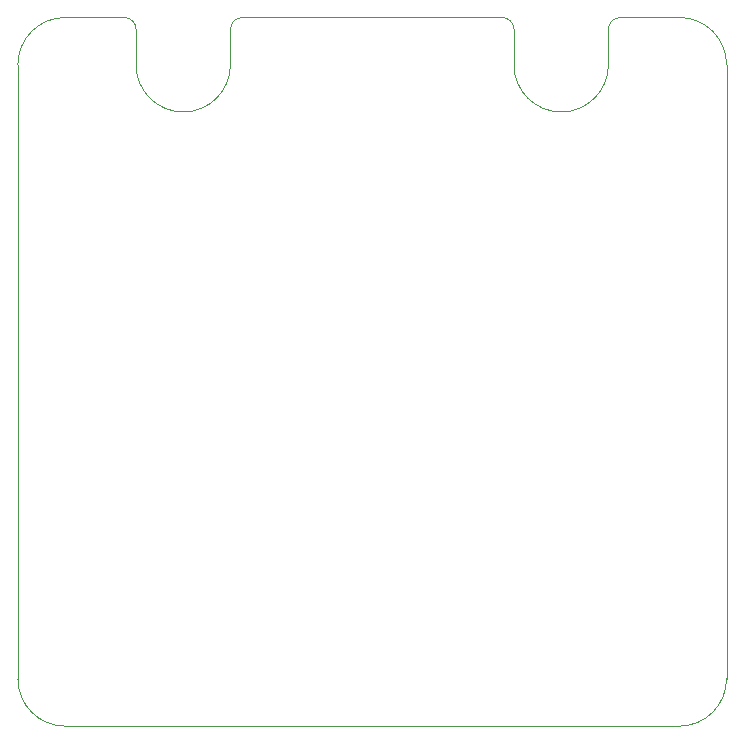
<source format=gbr>
%TF.GenerationSoftware,Altium Limited,Altium Designer,22.7.1 (60)*%
G04 Layer_Color=0*
%FSLAX43Y43*%
%MOMM*%
%TF.SameCoordinates,DFFB733E-25EA-4B03-B04C-AB34F345C761*%
%TF.FilePolarity,Positive*%
%TF.FileFunction,Profile,NP*%
%TF.Part,Single*%
G01*
G75*
%TA.AperFunction,Profile*%
%ADD46C,0.025*%
D46*
X4000Y0D02*
G02*
X0Y4000I0J4000D01*
G01*
Y56000D01*
D02*
G02*
X4000Y60000I4000J0D01*
G01*
X9000D01*
D02*
G02*
X10000Y59000I0J-1000D01*
G01*
X10000Y58969D01*
Y56000D01*
D02*
G03*
X14000Y52000I4000J0D01*
G01*
D02*
G03*
X18000Y56000I0J4000D01*
G01*
Y59000D01*
D02*
G02*
X19000Y60000I1000J0D01*
G01*
X41000D01*
D02*
G02*
X42000Y59000I0J-1000D01*
G01*
Y56000D01*
D02*
G03*
X46000Y52000I4000J0D01*
G01*
D02*
G03*
X50000Y56000I0J4000D01*
G01*
Y59000D01*
D02*
G02*
X51000Y60000I1000J0D01*
G01*
X56000D01*
D02*
G02*
X60000Y56000I0J-4000D01*
G01*
Y4000D01*
D02*
G02*
X56000Y0I-4000J0D01*
G01*
X4000D01*
%TF.MD5,50a6f966f1ae6ac9ababc643aab294ad*%
M02*

</source>
